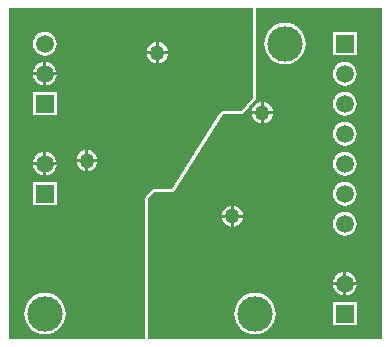
<source format=gbl>
%FSLAX23Y23*%
%MOMM*%
%SFA1B1*%

%IPPOS*%
%ADD13C,1.499997*%
%ADD14R,1.499997X1.499997*%
%ADD15C,2.999994*%
%ADD16C,1.269997*%
%LNpcb1-1*%
%LPD*%
G36*
X31970Y414D02*
X12191D01*
Y5333*
Y10286*
Y12318*
X12699Y12826*
X14350*
X18414Y19303*
X18541Y19430*
X20232*
X21335Y20700*
Y22224*
Y28414*
X31970*
Y414*
G37*
G36*
X21076Y22224D02*
Y20797D01*
X20114Y19689*
X18541*
X18442Y19670*
X18358Y19614*
X18231Y19487*
X18215Y19462*
X18195Y19441*
X14207Y13085*
X12699*
X12600Y13066*
X12516Y13010*
X12008Y12502*
X11952Y12418*
X11932Y12318*
Y10286*
Y5333*
Y414*
X414*
Y28414*
X21076*
Y22224*
G37*
%LNpcb1-2*%
%LPC*%
G36*
X29832Y26403D02*
X27824D01*
Y24395*
X29832*
Y26403*
G37*
G36*
X23748Y27162D02*
X23405Y27128D01*
X23074Y27028*
X22769Y26865*
X22502Y26646*
X22283Y26379*
X22120Y26074*
X22020Y25743*
X21986Y25399*
X22020Y25056*
X22120Y24725*
X22283Y24420*
X22502Y24153*
X22769Y23934*
X23074Y23771*
X23405Y23671*
X23748Y23637*
X24092Y23671*
X24423Y23771*
X24728Y23934*
X24995Y24153*
X25214Y24420*
X25377Y24725*
X25477Y25056*
X25511Y25399*
X25477Y25743*
X25377Y26074*
X25214Y26379*
X24995Y26646*
X24728Y26865*
X24423Y27028*
X24092Y27128*
X23748Y27162*
G37*
G36*
X28828Y23872D02*
X28566Y23838D01*
X28322Y23736*
X28112Y23576*
X27951Y23366*
X27850Y23122*
X27816Y22859*
X27850Y22597*
X27951Y22353*
X28112Y22143*
X28322Y21982*
X28566Y21881*
X28828Y21847*
X29091Y21881*
X29335Y21982*
X29545Y22143*
X29705Y22353*
X29807Y22597*
X29841Y22859*
X29807Y23122*
X29705Y23366*
X29545Y23576*
X29335Y23736*
X29091Y23838*
X28828Y23872*
G37*
G36*
X21970Y20437D02*
Y19684D01*
X22723*
X22710Y19790*
X22620Y20006*
X22477Y20191*
X22292Y20334*
X22076Y20424*
X21970Y20437*
G37*
G36*
X21716D02*
X21611Y20424D01*
X21395Y20334*
X21209Y20191*
X21067Y20006*
X20977Y19790*
X20964Y19684*
X21716*
Y20437*
G37*
G36*
X28828Y21332D02*
X28566Y21298D01*
X28322Y21196*
X28112Y21036*
X27951Y20826*
X27850Y20582*
X27816Y20319*
X27850Y20057*
X27951Y19813*
X28112Y19603*
X28322Y19442*
X28566Y19341*
X28828Y19307*
X29091Y19341*
X29335Y19442*
X29545Y19603*
X29705Y19813*
X29807Y20057*
X29841Y20319*
X29807Y20582*
X29705Y20826*
X29545Y21036*
X29335Y21196*
X29091Y21298*
X28828Y21332*
G37*
G36*
X22723Y19430D02*
X21970D01*
Y18677*
X22076Y18691*
X22292Y18781*
X22477Y18923*
X22620Y19109*
X22710Y19325*
X22723Y19430*
G37*
G36*
X21716D02*
X20964D01*
X20977Y19325*
X21067Y19109*
X21209Y18923*
X21395Y18781*
X21611Y18691*
X21716Y18677*
Y19430*
G37*
G36*
X28828Y18792D02*
X28566Y18758D01*
X28322Y18656*
X28112Y18496*
X27951Y18286*
X27850Y18042*
X27816Y17779*
X27850Y17517*
X27951Y17273*
X28112Y17063*
X28322Y16902*
X28566Y16801*
X28828Y16767*
X29091Y16801*
X29335Y16902*
X29545Y17063*
X29705Y17273*
X29807Y17517*
X29841Y17779*
X29807Y18042*
X29705Y18286*
X29545Y18496*
X29335Y18656*
X29091Y18758*
X28828Y18792*
G37*
G36*
Y16252D02*
X28566Y16218D01*
X28322Y16116*
X28112Y15956*
X27951Y15746*
X27850Y15502*
X27816Y15239*
X27850Y14977*
X27951Y14733*
X28112Y14523*
X28322Y14362*
X28566Y14261*
X28828Y14227*
X29091Y14261*
X29335Y14362*
X29545Y14523*
X29705Y14733*
X29807Y14977*
X29841Y15239*
X29807Y15502*
X29705Y15746*
X29545Y15956*
X29335Y16116*
X29091Y16218*
X28828Y16252*
G37*
G36*
Y13712D02*
X28566Y13678D01*
X28322Y13576*
X28112Y13416*
X27951Y13206*
X27850Y12962*
X27816Y12699*
X27850Y12437*
X27951Y12193*
X28112Y11983*
X28322Y11822*
X28566Y11721*
X28828Y11687*
X29091Y11721*
X29335Y11822*
X29545Y11983*
X29705Y12193*
X29807Y12437*
X29841Y12699*
X29807Y12962*
X29705Y13206*
X29545Y13416*
X29335Y13576*
X29091Y13678*
X28828Y13712*
G37*
G36*
X19430Y11674D02*
Y10921D01*
X20183*
X20170Y11027*
X20080Y11243*
X19937Y11428*
X19752Y11571*
X19536Y11661*
X19430Y11674*
G37*
G36*
X19176D02*
X19071Y11661D01*
X18855Y11571*
X18669Y11428*
X18527Y11243*
X18437Y11027*
X18423Y10921*
X19176*
Y11674*
G37*
G36*
X20183Y10667D02*
X19430D01*
Y9914*
X19536Y9928*
X19752Y10018*
X19937Y10160*
X20080Y10346*
X20170Y10562*
X20183Y10667*
G37*
G36*
X19176D02*
X18423D01*
X18437Y10562*
X18527Y10346*
X18669Y10160*
X18855Y10018*
X19071Y9928*
X19176Y9914*
Y10667*
G37*
G36*
X28828Y11172D02*
X28566Y11138D01*
X28322Y11036*
X28112Y10876*
X27951Y10666*
X27850Y10422*
X27816Y10159*
X27850Y9897*
X27951Y9653*
X28112Y9443*
X28322Y9282*
X28566Y9181*
X28828Y9147*
X29091Y9181*
X29335Y9282*
X29545Y9443*
X29705Y9653*
X29807Y9897*
X29841Y10159*
X29807Y10422*
X29705Y10666*
X29545Y10876*
X29335Y11036*
X29091Y11138*
X28828Y11172*
G37*
G36*
X28955Y6075D02*
Y5206D01*
X29824*
X29807Y5342*
X29705Y5586*
X29545Y5796*
X29335Y5956*
X29091Y6058*
X28955Y6075*
G37*
G36*
X28701D02*
X28566Y6058D01*
X28322Y5956*
X28112Y5796*
X27951Y5586*
X27850Y5342*
X27833Y5206*
X28701*
Y6075*
G37*
G36*
X29824Y4952D02*
X28955D01*
Y4084*
X29091Y4101*
X29335Y4202*
X29545Y4363*
X29705Y4573*
X29807Y4817*
X29824Y4952*
G37*
G36*
X28701D02*
X27833D01*
X27850Y4817*
X27951Y4573*
X28112Y4363*
X28322Y4202*
X28566Y4101*
X28701Y4084*
Y4952*
G37*
G36*
X29832Y3543D02*
X27824D01*
Y1535*
X29832*
Y3543*
G37*
G36*
X21208Y4302D02*
X20865Y4268D01*
X20534Y4168*
X20229Y4005*
X19962Y3786*
X19743Y3519*
X19580Y3214*
X19480Y2883*
X19446Y2539*
X19480Y2196*
X19580Y1865*
X19743Y1560*
X19962Y1293*
X20229Y1074*
X20534Y911*
X20865Y811*
X21208Y777*
X21552Y811*
X21883Y911*
X22188Y1074*
X22455Y1293*
X22674Y1560*
X22837Y1865*
X22937Y2196*
X22971Y2539*
X22937Y2883*
X22837Y3214*
X22674Y3519*
X22455Y3786*
X22188Y4005*
X21883Y4168*
X21552Y4268*
X21208Y4302*
G37*
G36*
X13080Y25517D02*
Y24764D01*
X13833*
X13820Y24870*
X13730Y25086*
X13587Y25271*
X13402Y25414*
X13186Y25504*
X13080Y25517*
G37*
G36*
X12826D02*
X12721Y25504D01*
X12505Y25414*
X12319Y25271*
X12177Y25086*
X12087Y24870*
X12073Y24764*
X12826*
Y25517*
G37*
G36*
X3428Y26412D02*
X3166Y26378D01*
X2922Y26276*
X2712Y26116*
X2551Y25906*
X2450Y25662*
X2416Y25399*
X2450Y25137*
X2551Y24893*
X2712Y24683*
X2922Y24522*
X3166Y24421*
X3428Y24387*
X3691Y24421*
X3935Y24522*
X4145Y24683*
X4305Y24893*
X4407Y25137*
X4441Y25399*
X4407Y25662*
X4305Y25906*
X4145Y26116*
X3935Y26276*
X3691Y26378*
X3428Y26412*
G37*
G36*
X13833Y24510D02*
X13080D01*
Y23758*
X13186Y23771*
X13402Y23861*
X13587Y24003*
X13730Y24189*
X13820Y24405*
X13833Y24510*
G37*
G36*
X12826D02*
X12073D01*
X12087Y24405*
X12177Y24189*
X12319Y24003*
X12505Y23861*
X12721Y23771*
X12826Y23758*
Y24510*
G37*
G36*
X3555Y23855D02*
Y22986D01*
X4424*
X4407Y23122*
X4305Y23366*
X4145Y23576*
X3935Y23736*
X3691Y23838*
X3555Y23855*
G37*
G36*
X3301D02*
X3166Y23838D01*
X2922Y23736*
X2712Y23576*
X2551Y23366*
X2450Y23122*
X2433Y22986*
X3301*
Y23855*
G37*
G36*
X4424Y22732D02*
X3555D01*
Y21864*
X3691Y21881*
X3935Y21982*
X4145Y22143*
X4305Y22353*
X4407Y22597*
X4424Y22732*
G37*
G36*
X3301D02*
X2433D01*
X2450Y22597*
X2551Y22353*
X2712Y22143*
X2922Y21982*
X3166Y21881*
X3301Y21864*
Y22732*
G37*
G36*
X4432Y21323D02*
X2424D01*
Y19315*
X4432*
Y21323*
G37*
G36*
X7111Y16373D02*
Y15620D01*
X7864*
X7851Y15726*
X7761Y15942*
X7618Y16127*
X7433Y16270*
X7217Y16360*
X7111Y16373*
G37*
G36*
X6857D02*
X6752Y16360D01*
X6536Y16270*
X6350Y16127*
X6208Y15942*
X6118Y15726*
X6105Y15620*
X6857*
Y16373*
G37*
G36*
X3555Y16235D02*
Y15366D01*
X4424*
X4407Y15502*
X4305Y15746*
X4145Y15956*
X3935Y16116*
X3691Y16218*
X3555Y16235*
G37*
G36*
X3301D02*
X3166Y16218D01*
X2922Y16116*
X2712Y15956*
X2551Y15746*
X2450Y15502*
X2433Y15366*
X3301*
Y16235*
G37*
G36*
X7864Y15366D02*
X7111D01*
Y14613*
X7217Y14627*
X7433Y14717*
X7618Y14859*
X7761Y15045*
X7851Y15261*
X7864Y15366*
G37*
G36*
X6857D02*
X6105D01*
X6118Y15261*
X6208Y15045*
X6350Y14859*
X6536Y14717*
X6752Y14627*
X6857Y14613*
Y15366*
G37*
G36*
X4424Y15112D02*
X3555D01*
Y14244*
X3691Y14261*
X3935Y14362*
X4145Y14523*
X4305Y14733*
X4407Y14977*
X4424Y15112*
G37*
G36*
X3301D02*
X2433D01*
X2450Y14977*
X2551Y14733*
X2712Y14523*
X2922Y14362*
X3166Y14261*
X3301Y14244*
Y15112*
G37*
G36*
X4432Y13703D02*
X2424D01*
Y11695*
X4432*
Y13703*
G37*
G36*
X3428Y4302D02*
X3085Y4268D01*
X2754Y4168*
X2449Y4005*
X2182Y3786*
X1963Y3519*
X1800Y3214*
X1700Y2883*
X1666Y2539*
X1700Y2196*
X1800Y1865*
X1963Y1560*
X2182Y1293*
X2449Y1074*
X2754Y911*
X3085Y811*
X3428Y777*
X3772Y811*
X4103Y911*
X4408Y1074*
X4675Y1293*
X4894Y1560*
X5057Y1865*
X5157Y2196*
X5191Y2539*
X5157Y2883*
X5057Y3214*
X4894Y3519*
X4675Y3786*
X4408Y4005*
X4103Y4168*
X3772Y4268*
X3428Y4302*
G37*
%LNpcb1-3*%
%LPD*%
G54D13*
X3428Y25399D03*
Y22859D03*
Y15239D03*
X28828Y5079D03*
Y20319D03*
Y22859D03*
Y17779D03*
Y15239D03*
Y12699D03*
Y10159D03*
G54D14*
X3428Y20319D03*
Y12699D03*
X28828Y2539D03*
Y25399D03*
G54D15*
X3428Y2539D03*
X23748Y25399D03*
X21208Y2539D03*
G54D16*
X6984Y15493D03*
X19303Y10794D03*
X12953Y24637D03*
X21843Y19557D03*
M02*
</source>
